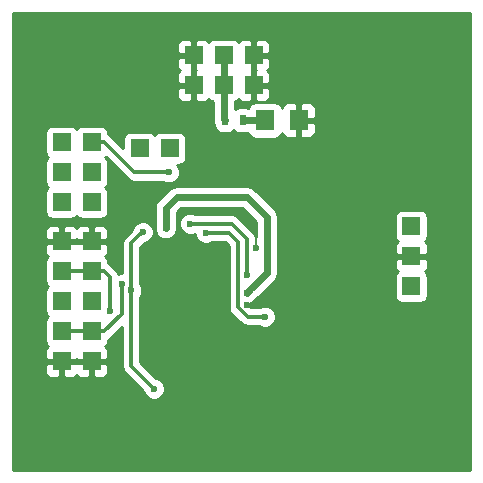
<source format=gbr>
G04 #@! TF.FileFunction,Copper,L1,Top,Signal*
%FSLAX46Y46*%
G04 Gerber Fmt 4.6, Leading zero omitted, Abs format (unit mm)*
G04 Created by KiCad (PCBNEW 4.0.4-stable) date 06/14/17 14:20:26*
%MOMM*%
%LPD*%
G01*
G04 APERTURE LIST*
%ADD10C,0.100000*%
%ADD11R,1.524000X1.524000*%
%ADD12R,1.597660X1.800860*%
%ADD13C,6.000000*%
%ADD14R,0.500000X0.900000*%
%ADD15C,0.600000*%
%ADD16C,0.200000*%
%ADD17C,0.300000*%
%ADD18C,0.600000*%
%ADD19C,0.400000*%
%ADD20C,0.254000*%
G04 APERTURE END LIST*
D10*
D11*
X133096000Y-103632000D03*
X133096000Y-101092000D03*
X135636000Y-103632000D03*
X135636000Y-101092000D03*
X138176000Y-103632000D03*
X138176000Y-101092000D03*
D12*
X139143861Y-106590945D03*
X141983581Y-106590945D03*
D13*
X121920000Y-101600000D03*
X152400000Y-101600000D03*
X121920000Y-132080000D03*
X152400000Y-132080000D03*
D14*
X135749721Y-106590945D03*
X137249721Y-106590945D03*
D11*
X151523700Y-120650000D03*
X151523700Y-118110000D03*
X151523700Y-115570000D03*
X128524000Y-108966000D03*
X131064000Y-108966000D03*
X121920000Y-116840000D03*
X124460000Y-116840000D03*
X121920000Y-119380000D03*
X124460000Y-119380000D03*
X121920000Y-121920000D03*
X124460000Y-121920000D03*
X121920000Y-124460000D03*
X124460000Y-124460000D03*
X121920000Y-127000000D03*
X124460000Y-127000000D03*
X121920000Y-108458000D03*
X124460000Y-108458000D03*
X121920000Y-110998000D03*
X124460000Y-110998000D03*
X121920000Y-113538000D03*
X124460000Y-113538000D03*
D15*
X136512300Y-129882900D03*
X135102600Y-125450600D03*
X133633323Y-126373777D03*
X138379200Y-117398800D03*
X132334000Y-111506000D03*
X119380000Y-105410000D03*
X119380000Y-109220000D03*
X119380000Y-113030000D03*
X119380000Y-116840000D03*
X119380000Y-120650000D03*
X119380000Y-124460000D03*
X119380000Y-128270000D03*
X125730000Y-134620000D03*
X129540000Y-134620000D03*
X133350000Y-134620000D03*
X137160000Y-134620000D03*
X140970000Y-134620000D03*
X144780000Y-134620000D03*
X148590000Y-134620000D03*
X154940000Y-128270000D03*
X154940000Y-124460000D03*
X154940000Y-120650000D03*
X154940000Y-116840000D03*
X154940000Y-113030000D03*
X154940000Y-109220000D03*
X154940000Y-105410000D03*
X148590000Y-99060000D03*
X144780000Y-99060000D03*
X140970000Y-99060000D03*
X137160000Y-99060000D03*
X133350000Y-99060000D03*
X129540000Y-99060000D03*
X125730000Y-99060000D03*
X135455300Y-122987998D03*
X134305300Y-122987998D03*
X133155300Y-122987998D03*
X132005300Y-122987998D03*
X135455300Y-121837998D03*
X134305300Y-121837998D03*
X133155300Y-121837998D03*
X132005300Y-121837998D03*
X135455300Y-120687998D03*
X134305300Y-120687998D03*
X133155300Y-120687998D03*
X132005300Y-120687998D03*
X135455300Y-119537998D03*
X134305300Y-119537998D03*
X133155300Y-119537998D03*
X132005300Y-119537998D03*
X127762000Y-113030000D03*
X137349284Y-114550292D03*
X130746500Y-126777598D03*
X137604500Y-122205598D03*
X128790700Y-116039900D03*
X127810260Y-120995440D03*
X129730500Y-129317598D03*
X139128500Y-123221598D03*
X134130300Y-116109598D03*
X130975100Y-110998002D03*
X132794560Y-115331538D03*
X137604500Y-119665598D03*
X125984000Y-122707400D03*
X127025400Y-120472200D03*
X130721100Y-115728598D03*
X133540500Y-113061598D03*
X137604500Y-121189598D03*
D16*
X137349284Y-114550292D02*
X138379200Y-115580208D01*
X138379200Y-115580208D02*
X138379200Y-117398800D01*
X133096000Y-101092000D02*
X133096000Y-99314000D01*
X133096000Y-99314000D02*
X133350000Y-99060000D01*
D17*
X119380000Y-105410000D02*
X119380000Y-104140000D01*
X119380000Y-104140000D02*
X121920000Y-101600000D01*
X119380000Y-113030000D02*
X119380000Y-109220000D01*
X119380000Y-120650000D02*
X119380000Y-116840000D01*
X119380000Y-128270000D02*
X119380000Y-124460000D01*
X129540000Y-134620000D02*
X125730000Y-134620000D01*
X137160000Y-134620000D02*
X133350000Y-134620000D01*
X144780000Y-134620000D02*
X140970000Y-134620000D01*
X152400000Y-132080000D02*
X149400001Y-135079999D01*
X149400001Y-135079999D02*
X149049999Y-135079999D01*
X149049999Y-135079999D02*
X148590000Y-134620000D01*
X154940000Y-128270000D02*
X154940000Y-129540000D01*
X154940000Y-129540000D02*
X152400000Y-132080000D01*
X154940000Y-120650000D02*
X154940000Y-124460000D01*
X154940000Y-113030000D02*
X154940000Y-116840000D01*
X154940000Y-105410000D02*
X154940000Y-109220000D01*
X144780000Y-99060000D02*
X148590000Y-99060000D01*
X137160000Y-99060000D02*
X140970000Y-99060000D01*
X129540000Y-99060000D02*
X133350000Y-99060000D01*
X121920000Y-101600000D02*
X124919999Y-98600001D01*
X124919999Y-98600001D02*
X125270001Y-98600001D01*
X125270001Y-98600001D02*
X125730000Y-99060000D01*
X128490701Y-116339899D02*
X128790700Y-116039900D01*
X127810499Y-117020101D02*
X128490701Y-116339899D01*
X127810499Y-121513600D02*
X127810499Y-117020101D01*
X127810499Y-121513600D02*
X127810499Y-127397597D01*
X127810260Y-120995440D02*
X127810260Y-121513361D01*
X127810260Y-121513361D02*
X127810499Y-121513600D01*
X127810499Y-127397597D02*
X129430501Y-129017599D01*
X129430501Y-129017599D02*
X129730500Y-129317598D01*
X139128500Y-123221598D02*
X137658498Y-123221598D01*
X137658498Y-123221598D02*
X136842500Y-122405600D01*
X136842500Y-122405600D02*
X136842500Y-116871598D01*
X136842500Y-116871598D02*
X136080500Y-116109598D01*
X136080500Y-116109598D02*
X134130300Y-116109598D01*
X125522000Y-108458000D02*
X128062002Y-110998002D01*
X124460000Y-108458000D02*
X125522000Y-108458000D01*
X128062002Y-110998002D02*
X130975100Y-110998002D01*
X132794560Y-115331538D02*
X136318440Y-115331538D01*
X136318440Y-115331538D02*
X137604500Y-116617598D01*
X137604500Y-116617598D02*
X137604500Y-119241334D01*
X137604500Y-119241334D02*
X137604500Y-119665598D01*
X125984000Y-122283136D02*
X125984000Y-122707400D01*
X125984000Y-119842000D02*
X125984000Y-122283136D01*
X125522000Y-119380000D02*
X125984000Y-119842000D01*
X124460000Y-119380000D02*
X125522000Y-119380000D01*
X124460000Y-119380000D02*
X121920000Y-119380000D01*
X127025400Y-122956600D02*
X127025400Y-120896464D01*
X125522000Y-124460000D02*
X127025400Y-122956600D01*
X124460000Y-124460000D02*
X125522000Y-124460000D01*
X127025400Y-120896464D02*
X127025400Y-120472200D01*
X124460000Y-124460000D02*
X121920000Y-124460000D01*
D18*
X137249721Y-106590945D02*
X139143861Y-106590945D01*
X133540500Y-113061598D02*
X137572598Y-113061598D01*
X137572598Y-113061598D02*
X139293600Y-114782600D01*
X139293600Y-114782600D02*
X139293600Y-119500498D01*
X139293600Y-119500498D02*
X137904499Y-120889599D01*
X137904499Y-120889599D02*
X137604500Y-121189598D01*
X130721100Y-115728598D02*
X130721100Y-114007900D01*
X130721100Y-114007900D02*
X131667402Y-113061598D01*
X131667402Y-113061598D02*
X133540500Y-113061598D01*
X135636000Y-103632000D02*
X135636000Y-106477224D01*
X135636000Y-106477224D02*
X135749721Y-106590945D01*
X135636000Y-101092000D02*
X135636000Y-103632000D01*
D19*
X133540500Y-113061598D02*
X133604000Y-112998098D01*
D20*
G36*
X156516000Y-136196000D02*
X117804000Y-136196000D01*
X117804000Y-127285750D01*
X120523000Y-127285750D01*
X120523000Y-127888310D01*
X120619673Y-128121699D01*
X120798302Y-128300327D01*
X121031691Y-128397000D01*
X121634250Y-128397000D01*
X121793000Y-128238250D01*
X121793000Y-127127000D01*
X122047000Y-127127000D01*
X122047000Y-128238250D01*
X122205750Y-128397000D01*
X122808309Y-128397000D01*
X123041698Y-128300327D01*
X123190000Y-128152026D01*
X123338302Y-128300327D01*
X123571691Y-128397000D01*
X124174250Y-128397000D01*
X124333000Y-128238250D01*
X124333000Y-127127000D01*
X124587000Y-127127000D01*
X124587000Y-128238250D01*
X124745750Y-128397000D01*
X125348309Y-128397000D01*
X125581698Y-128300327D01*
X125760327Y-128121699D01*
X125857000Y-127888310D01*
X125857000Y-127285750D01*
X125698250Y-127127000D01*
X124587000Y-127127000D01*
X124333000Y-127127000D01*
X123221750Y-127127000D01*
X123190000Y-127158750D01*
X123158250Y-127127000D01*
X122047000Y-127127000D01*
X121793000Y-127127000D01*
X120681750Y-127127000D01*
X120523000Y-127285750D01*
X117804000Y-127285750D01*
X117804000Y-118618000D01*
X120510560Y-118618000D01*
X120510560Y-120142000D01*
X120554838Y-120377317D01*
X120693910Y-120593441D01*
X120775770Y-120649374D01*
X120706559Y-120693910D01*
X120561569Y-120906110D01*
X120510560Y-121158000D01*
X120510560Y-122682000D01*
X120554838Y-122917317D01*
X120693910Y-123133441D01*
X120775770Y-123189374D01*
X120706559Y-123233910D01*
X120561569Y-123446110D01*
X120510560Y-123698000D01*
X120510560Y-125222000D01*
X120554838Y-125457317D01*
X120693910Y-125673441D01*
X120771511Y-125726464D01*
X120619673Y-125878301D01*
X120523000Y-126111690D01*
X120523000Y-126714250D01*
X120681750Y-126873000D01*
X121793000Y-126873000D01*
X121793000Y-126853000D01*
X122047000Y-126853000D01*
X122047000Y-126873000D01*
X123158250Y-126873000D01*
X123190000Y-126841250D01*
X123221750Y-126873000D01*
X124333000Y-126873000D01*
X124333000Y-126853000D01*
X124587000Y-126853000D01*
X124587000Y-126873000D01*
X125698250Y-126873000D01*
X125857000Y-126714250D01*
X125857000Y-126111690D01*
X125760327Y-125878301D01*
X125609354Y-125727329D01*
X125673441Y-125686090D01*
X125818431Y-125473890D01*
X125869440Y-125222000D01*
X125869440Y-125153819D01*
X126077079Y-125015079D01*
X127025499Y-124066659D01*
X127025499Y-127397597D01*
X127085254Y-127698004D01*
X127255420Y-127952676D01*
X128795347Y-129492603D01*
X128795338Y-129502765D01*
X128937383Y-129846541D01*
X129200173Y-130109790D01*
X129543701Y-130252436D01*
X129915667Y-130252760D01*
X130259443Y-130110715D01*
X130522692Y-129847925D01*
X130665338Y-129504397D01*
X130665662Y-129132431D01*
X130523617Y-128788655D01*
X130260827Y-128525406D01*
X129917299Y-128382760D01*
X129905810Y-128382750D01*
X128595499Y-127072439D01*
X128595499Y-121532708D01*
X128602452Y-121525767D01*
X128745098Y-121182239D01*
X128745422Y-120810273D01*
X128603377Y-120466497D01*
X128595499Y-120458605D01*
X128595499Y-117345259D01*
X128965705Y-116975053D01*
X128975867Y-116975062D01*
X129319643Y-116833017D01*
X129582892Y-116570227D01*
X129725538Y-116226699D01*
X129725810Y-115913765D01*
X129785938Y-115913765D01*
X129927983Y-116257541D01*
X130190773Y-116520790D01*
X130534301Y-116663436D01*
X130906267Y-116663760D01*
X131250043Y-116521715D01*
X131513292Y-116258925D01*
X131655938Y-115915397D01*
X131656262Y-115543431D01*
X131656100Y-115543039D01*
X131656100Y-114395190D01*
X132054692Y-113996598D01*
X133539684Y-113996598D01*
X133725667Y-113996760D01*
X133726059Y-113996598D01*
X137185308Y-113996598D01*
X138358600Y-115169890D01*
X138358600Y-116462255D01*
X138329745Y-116317192D01*
X138159579Y-116062519D01*
X138159576Y-116062517D01*
X136873519Y-114776459D01*
X136618847Y-114606293D01*
X136318440Y-114546538D01*
X133332066Y-114546538D01*
X133324887Y-114539346D01*
X132981359Y-114396700D01*
X132609393Y-114396376D01*
X132265617Y-114538421D01*
X132002368Y-114801211D01*
X131859722Y-115144739D01*
X131859398Y-115516705D01*
X132001443Y-115860481D01*
X132264233Y-116123730D01*
X132607761Y-116266376D01*
X132979727Y-116266700D01*
X133195240Y-116177652D01*
X133195138Y-116294765D01*
X133337183Y-116638541D01*
X133599973Y-116901790D01*
X133943501Y-117044436D01*
X134315467Y-117044760D01*
X134659243Y-116902715D01*
X134667374Y-116894598D01*
X135755342Y-116894598D01*
X136057500Y-117196756D01*
X136057500Y-122405600D01*
X136117255Y-122706007D01*
X136287421Y-122960679D01*
X137103419Y-123776677D01*
X137358092Y-123946843D01*
X137658498Y-124006598D01*
X138590994Y-124006598D01*
X138598173Y-124013790D01*
X138941701Y-124156436D01*
X139313667Y-124156760D01*
X139657443Y-124014715D01*
X139920692Y-123751925D01*
X140063338Y-123408397D01*
X140063662Y-123036431D01*
X139921617Y-122692655D01*
X139658827Y-122429406D01*
X139315299Y-122286760D01*
X138943333Y-122286436D01*
X138599557Y-122428481D01*
X138591426Y-122436598D01*
X137983656Y-122436598D01*
X137671715Y-122124657D01*
X137789667Y-122124760D01*
X138133443Y-121982715D01*
X138396692Y-121719925D01*
X138396855Y-121719533D01*
X139954745Y-120161643D01*
X140137586Y-119888000D01*
X150114260Y-119888000D01*
X150114260Y-121412000D01*
X150158538Y-121647317D01*
X150297610Y-121863441D01*
X150509810Y-122008431D01*
X150761700Y-122059440D01*
X152285700Y-122059440D01*
X152521017Y-122015162D01*
X152737141Y-121876090D01*
X152882131Y-121663890D01*
X152933140Y-121412000D01*
X152933140Y-119888000D01*
X152888862Y-119652683D01*
X152749790Y-119436559D01*
X152672189Y-119383536D01*
X152824027Y-119231699D01*
X152920700Y-118998310D01*
X152920700Y-118395750D01*
X152761950Y-118237000D01*
X151650700Y-118237000D01*
X151650700Y-118257000D01*
X151396700Y-118257000D01*
X151396700Y-118237000D01*
X150285450Y-118237000D01*
X150126700Y-118395750D01*
X150126700Y-118998310D01*
X150223373Y-119231699D01*
X150374346Y-119382671D01*
X150310259Y-119423910D01*
X150165269Y-119636110D01*
X150114260Y-119888000D01*
X140137586Y-119888000D01*
X140157427Y-119858307D01*
X140228600Y-119500498D01*
X140228600Y-114808000D01*
X150114260Y-114808000D01*
X150114260Y-116332000D01*
X150158538Y-116567317D01*
X150297610Y-116783441D01*
X150375211Y-116836464D01*
X150223373Y-116988301D01*
X150126700Y-117221690D01*
X150126700Y-117824250D01*
X150285450Y-117983000D01*
X151396700Y-117983000D01*
X151396700Y-117963000D01*
X151650700Y-117963000D01*
X151650700Y-117983000D01*
X152761950Y-117983000D01*
X152920700Y-117824250D01*
X152920700Y-117221690D01*
X152824027Y-116988301D01*
X152673054Y-116837329D01*
X152737141Y-116796090D01*
X152882131Y-116583890D01*
X152933140Y-116332000D01*
X152933140Y-114808000D01*
X152888862Y-114572683D01*
X152749790Y-114356559D01*
X152537590Y-114211569D01*
X152285700Y-114160560D01*
X150761700Y-114160560D01*
X150526383Y-114204838D01*
X150310259Y-114343910D01*
X150165269Y-114556110D01*
X150114260Y-114808000D01*
X140228600Y-114808000D01*
X140228600Y-114782600D01*
X140157427Y-114424791D01*
X139954745Y-114121455D01*
X138233743Y-112400453D01*
X137930407Y-112197771D01*
X137572598Y-112126598D01*
X133541316Y-112126598D01*
X133355333Y-112126436D01*
X133354941Y-112126598D01*
X131667402Y-112126598D01*
X131309593Y-112197771D01*
X131006257Y-112400453D01*
X130059955Y-113346755D01*
X129857273Y-113650091D01*
X129786100Y-114007900D01*
X129786100Y-115727782D01*
X129785938Y-115913765D01*
X129725810Y-115913765D01*
X129725862Y-115854733D01*
X129583817Y-115510957D01*
X129321027Y-115247708D01*
X128977499Y-115105062D01*
X128605533Y-115104738D01*
X128261757Y-115246783D01*
X127998508Y-115509573D01*
X127855862Y-115853101D01*
X127855852Y-115864590D01*
X127255420Y-116465022D01*
X127085254Y-116719694D01*
X127043733Y-116928431D01*
X127025499Y-117020101D01*
X127025499Y-119537199D01*
X126840233Y-119537038D01*
X126718356Y-119587397D01*
X126709245Y-119541594D01*
X126539079Y-119286921D01*
X126077079Y-118824921D01*
X125869440Y-118686181D01*
X125869440Y-118618000D01*
X125825162Y-118382683D01*
X125686090Y-118166559D01*
X125608489Y-118113536D01*
X125760327Y-117961699D01*
X125857000Y-117728310D01*
X125857000Y-117125750D01*
X125698250Y-116967000D01*
X124587000Y-116967000D01*
X124587000Y-116987000D01*
X124333000Y-116987000D01*
X124333000Y-116967000D01*
X123221750Y-116967000D01*
X123190000Y-116998750D01*
X123158250Y-116967000D01*
X122047000Y-116967000D01*
X122047000Y-116987000D01*
X121793000Y-116987000D01*
X121793000Y-116967000D01*
X120681750Y-116967000D01*
X120523000Y-117125750D01*
X120523000Y-117728310D01*
X120619673Y-117961699D01*
X120770646Y-118112671D01*
X120706559Y-118153910D01*
X120561569Y-118366110D01*
X120510560Y-118618000D01*
X117804000Y-118618000D01*
X117804000Y-115951690D01*
X120523000Y-115951690D01*
X120523000Y-116554250D01*
X120681750Y-116713000D01*
X121793000Y-116713000D01*
X121793000Y-115601750D01*
X122047000Y-115601750D01*
X122047000Y-116713000D01*
X123158250Y-116713000D01*
X123190000Y-116681250D01*
X123221750Y-116713000D01*
X124333000Y-116713000D01*
X124333000Y-115601750D01*
X124587000Y-115601750D01*
X124587000Y-116713000D01*
X125698250Y-116713000D01*
X125857000Y-116554250D01*
X125857000Y-115951690D01*
X125760327Y-115718301D01*
X125581698Y-115539673D01*
X125348309Y-115443000D01*
X124745750Y-115443000D01*
X124587000Y-115601750D01*
X124333000Y-115601750D01*
X124174250Y-115443000D01*
X123571691Y-115443000D01*
X123338302Y-115539673D01*
X123190000Y-115687974D01*
X123041698Y-115539673D01*
X122808309Y-115443000D01*
X122205750Y-115443000D01*
X122047000Y-115601750D01*
X121793000Y-115601750D01*
X121634250Y-115443000D01*
X121031691Y-115443000D01*
X120798302Y-115539673D01*
X120619673Y-115718301D01*
X120523000Y-115951690D01*
X117804000Y-115951690D01*
X117804000Y-107696000D01*
X120510560Y-107696000D01*
X120510560Y-109220000D01*
X120554838Y-109455317D01*
X120693910Y-109671441D01*
X120775770Y-109727374D01*
X120706559Y-109771910D01*
X120561569Y-109984110D01*
X120510560Y-110236000D01*
X120510560Y-111760000D01*
X120554838Y-111995317D01*
X120693910Y-112211441D01*
X120775770Y-112267374D01*
X120706559Y-112311910D01*
X120561569Y-112524110D01*
X120510560Y-112776000D01*
X120510560Y-114300000D01*
X120554838Y-114535317D01*
X120693910Y-114751441D01*
X120906110Y-114896431D01*
X121158000Y-114947440D01*
X122682000Y-114947440D01*
X122917317Y-114903162D01*
X123133441Y-114764090D01*
X123189374Y-114682230D01*
X123233910Y-114751441D01*
X123446110Y-114896431D01*
X123698000Y-114947440D01*
X125222000Y-114947440D01*
X125457317Y-114903162D01*
X125673441Y-114764090D01*
X125818431Y-114551890D01*
X125869440Y-114300000D01*
X125869440Y-112776000D01*
X125825162Y-112540683D01*
X125686090Y-112324559D01*
X125604230Y-112268626D01*
X125673441Y-112224090D01*
X125818431Y-112011890D01*
X125869440Y-111760000D01*
X125869440Y-110236000D01*
X125825162Y-110000683D01*
X125686090Y-109784559D01*
X125604230Y-109728626D01*
X125651835Y-109697993D01*
X127506923Y-111553081D01*
X127761595Y-111723247D01*
X128062002Y-111783002D01*
X130437594Y-111783002D01*
X130444773Y-111790194D01*
X130788301Y-111932840D01*
X131160267Y-111933164D01*
X131504043Y-111791119D01*
X131767292Y-111528329D01*
X131909938Y-111184801D01*
X131910262Y-110812835D01*
X131768217Y-110469059D01*
X131674761Y-110375440D01*
X131826000Y-110375440D01*
X132061317Y-110331162D01*
X132277441Y-110192090D01*
X132422431Y-109979890D01*
X132473440Y-109728000D01*
X132473440Y-108204000D01*
X132429162Y-107968683D01*
X132290090Y-107752559D01*
X132077890Y-107607569D01*
X131826000Y-107556560D01*
X130302000Y-107556560D01*
X130066683Y-107600838D01*
X129850559Y-107739910D01*
X129794626Y-107821770D01*
X129750090Y-107752559D01*
X129537890Y-107607569D01*
X129286000Y-107556560D01*
X127762000Y-107556560D01*
X127526683Y-107600838D01*
X127310559Y-107739910D01*
X127165569Y-107952110D01*
X127114560Y-108204000D01*
X127114560Y-108940402D01*
X126077079Y-107902921D01*
X125869440Y-107764181D01*
X125869440Y-107696000D01*
X125825162Y-107460683D01*
X125686090Y-107244559D01*
X125473890Y-107099569D01*
X125222000Y-107048560D01*
X123698000Y-107048560D01*
X123462683Y-107092838D01*
X123246559Y-107231910D01*
X123190626Y-107313770D01*
X123146090Y-107244559D01*
X122933890Y-107099569D01*
X122682000Y-107048560D01*
X121158000Y-107048560D01*
X120922683Y-107092838D01*
X120706559Y-107231910D01*
X120561569Y-107444110D01*
X120510560Y-107696000D01*
X117804000Y-107696000D01*
X117804000Y-103917750D01*
X131699000Y-103917750D01*
X131699000Y-104520309D01*
X131795673Y-104753698D01*
X131974301Y-104932327D01*
X132207690Y-105029000D01*
X132810250Y-105029000D01*
X132969000Y-104870250D01*
X132969000Y-103759000D01*
X131857750Y-103759000D01*
X131699000Y-103917750D01*
X117804000Y-103917750D01*
X117804000Y-101377750D01*
X131699000Y-101377750D01*
X131699000Y-101980309D01*
X131795673Y-102213698D01*
X131943974Y-102362000D01*
X131795673Y-102510302D01*
X131699000Y-102743691D01*
X131699000Y-103346250D01*
X131857750Y-103505000D01*
X132969000Y-103505000D01*
X132969000Y-102393750D01*
X132937250Y-102362000D01*
X132969000Y-102330250D01*
X132969000Y-101219000D01*
X131857750Y-101219000D01*
X131699000Y-101377750D01*
X117804000Y-101377750D01*
X117804000Y-100203691D01*
X131699000Y-100203691D01*
X131699000Y-100806250D01*
X131857750Y-100965000D01*
X132969000Y-100965000D01*
X132969000Y-99853750D01*
X133223000Y-99853750D01*
X133223000Y-100965000D01*
X133243000Y-100965000D01*
X133243000Y-101219000D01*
X133223000Y-101219000D01*
X133223000Y-102330250D01*
X133254750Y-102362000D01*
X133223000Y-102393750D01*
X133223000Y-103505000D01*
X133243000Y-103505000D01*
X133243000Y-103759000D01*
X133223000Y-103759000D01*
X133223000Y-104870250D01*
X133381750Y-105029000D01*
X133984310Y-105029000D01*
X134217699Y-104932327D01*
X134368671Y-104781354D01*
X134409910Y-104845441D01*
X134622110Y-104990431D01*
X134701000Y-105006407D01*
X134701000Y-106477224D01*
X134772173Y-106835033D01*
X134852281Y-106954923D01*
X134852281Y-107040945D01*
X134896559Y-107276262D01*
X135035631Y-107492386D01*
X135247831Y-107637376D01*
X135499721Y-107688385D01*
X135999721Y-107688385D01*
X136235038Y-107644107D01*
X136451162Y-107505035D01*
X136498855Y-107435234D01*
X136535631Y-107492386D01*
X136747831Y-107637376D01*
X136999721Y-107688385D01*
X137499721Y-107688385D01*
X137726627Y-107645690D01*
X137741869Y-107726692D01*
X137880941Y-107942816D01*
X138093141Y-108087806D01*
X138345031Y-108138815D01*
X139942691Y-108138815D01*
X140178008Y-108094537D01*
X140394132Y-107955465D01*
X140539122Y-107743265D01*
X140559692Y-107641686D01*
X140646424Y-107851074D01*
X140825053Y-108029702D01*
X141058442Y-108126375D01*
X141697831Y-108126375D01*
X141856581Y-107967625D01*
X141856581Y-106717945D01*
X142110581Y-106717945D01*
X142110581Y-107967625D01*
X142269331Y-108126375D01*
X142908720Y-108126375D01*
X143142109Y-108029702D01*
X143320738Y-107851074D01*
X143417411Y-107617685D01*
X143417411Y-106876695D01*
X143258661Y-106717945D01*
X142110581Y-106717945D01*
X141856581Y-106717945D01*
X141836581Y-106717945D01*
X141836581Y-106463945D01*
X141856581Y-106463945D01*
X141856581Y-105214265D01*
X142110581Y-105214265D01*
X142110581Y-106463945D01*
X143258661Y-106463945D01*
X143417411Y-106305195D01*
X143417411Y-105564205D01*
X143320738Y-105330816D01*
X143142109Y-105152188D01*
X142908720Y-105055515D01*
X142269331Y-105055515D01*
X142110581Y-105214265D01*
X141856581Y-105214265D01*
X141697831Y-105055515D01*
X141058442Y-105055515D01*
X140825053Y-105152188D01*
X140646424Y-105330816D01*
X140561175Y-105536626D01*
X140545853Y-105455198D01*
X140406781Y-105239074D01*
X140194581Y-105094084D01*
X139942691Y-105043075D01*
X138345031Y-105043075D01*
X138109714Y-105087353D01*
X137893590Y-105226425D01*
X137748600Y-105438625D01*
X137728120Y-105539757D01*
X137499721Y-105493505D01*
X136999721Y-105493505D01*
X136764404Y-105537783D01*
X136571000Y-105662235D01*
X136571000Y-105008888D01*
X136633317Y-104997162D01*
X136849441Y-104858090D01*
X136902464Y-104780489D01*
X137054301Y-104932327D01*
X137287690Y-105029000D01*
X137890250Y-105029000D01*
X138049000Y-104870250D01*
X138049000Y-103759000D01*
X138303000Y-103759000D01*
X138303000Y-104870250D01*
X138461750Y-105029000D01*
X139064310Y-105029000D01*
X139297699Y-104932327D01*
X139476327Y-104753698D01*
X139573000Y-104520309D01*
X139573000Y-103917750D01*
X139414250Y-103759000D01*
X138303000Y-103759000D01*
X138049000Y-103759000D01*
X138029000Y-103759000D01*
X138029000Y-103505000D01*
X138049000Y-103505000D01*
X138049000Y-102393750D01*
X138017250Y-102362000D01*
X138049000Y-102330250D01*
X138049000Y-101219000D01*
X138303000Y-101219000D01*
X138303000Y-102330250D01*
X138334750Y-102362000D01*
X138303000Y-102393750D01*
X138303000Y-103505000D01*
X139414250Y-103505000D01*
X139573000Y-103346250D01*
X139573000Y-102743691D01*
X139476327Y-102510302D01*
X139328026Y-102362000D01*
X139476327Y-102213698D01*
X139573000Y-101980309D01*
X139573000Y-101377750D01*
X139414250Y-101219000D01*
X138303000Y-101219000D01*
X138049000Y-101219000D01*
X138029000Y-101219000D01*
X138029000Y-100965000D01*
X138049000Y-100965000D01*
X138049000Y-99853750D01*
X138303000Y-99853750D01*
X138303000Y-100965000D01*
X139414250Y-100965000D01*
X139573000Y-100806250D01*
X139573000Y-100203691D01*
X139476327Y-99970302D01*
X139297699Y-99791673D01*
X139064310Y-99695000D01*
X138461750Y-99695000D01*
X138303000Y-99853750D01*
X138049000Y-99853750D01*
X137890250Y-99695000D01*
X137287690Y-99695000D01*
X137054301Y-99791673D01*
X136903329Y-99942646D01*
X136862090Y-99878559D01*
X136649890Y-99733569D01*
X136398000Y-99682560D01*
X134874000Y-99682560D01*
X134638683Y-99726838D01*
X134422559Y-99865910D01*
X134369536Y-99943511D01*
X134217699Y-99791673D01*
X133984310Y-99695000D01*
X133381750Y-99695000D01*
X133223000Y-99853750D01*
X132969000Y-99853750D01*
X132810250Y-99695000D01*
X132207690Y-99695000D01*
X131974301Y-99791673D01*
X131795673Y-99970302D01*
X131699000Y-100203691D01*
X117804000Y-100203691D01*
X117804000Y-97484000D01*
X156516000Y-97484000D01*
X156516000Y-136196000D01*
X156516000Y-136196000D01*
G37*
X156516000Y-136196000D02*
X117804000Y-136196000D01*
X117804000Y-127285750D01*
X120523000Y-127285750D01*
X120523000Y-127888310D01*
X120619673Y-128121699D01*
X120798302Y-128300327D01*
X121031691Y-128397000D01*
X121634250Y-128397000D01*
X121793000Y-128238250D01*
X121793000Y-127127000D01*
X122047000Y-127127000D01*
X122047000Y-128238250D01*
X122205750Y-128397000D01*
X122808309Y-128397000D01*
X123041698Y-128300327D01*
X123190000Y-128152026D01*
X123338302Y-128300327D01*
X123571691Y-128397000D01*
X124174250Y-128397000D01*
X124333000Y-128238250D01*
X124333000Y-127127000D01*
X124587000Y-127127000D01*
X124587000Y-128238250D01*
X124745750Y-128397000D01*
X125348309Y-128397000D01*
X125581698Y-128300327D01*
X125760327Y-128121699D01*
X125857000Y-127888310D01*
X125857000Y-127285750D01*
X125698250Y-127127000D01*
X124587000Y-127127000D01*
X124333000Y-127127000D01*
X123221750Y-127127000D01*
X123190000Y-127158750D01*
X123158250Y-127127000D01*
X122047000Y-127127000D01*
X121793000Y-127127000D01*
X120681750Y-127127000D01*
X120523000Y-127285750D01*
X117804000Y-127285750D01*
X117804000Y-118618000D01*
X120510560Y-118618000D01*
X120510560Y-120142000D01*
X120554838Y-120377317D01*
X120693910Y-120593441D01*
X120775770Y-120649374D01*
X120706559Y-120693910D01*
X120561569Y-120906110D01*
X120510560Y-121158000D01*
X120510560Y-122682000D01*
X120554838Y-122917317D01*
X120693910Y-123133441D01*
X120775770Y-123189374D01*
X120706559Y-123233910D01*
X120561569Y-123446110D01*
X120510560Y-123698000D01*
X120510560Y-125222000D01*
X120554838Y-125457317D01*
X120693910Y-125673441D01*
X120771511Y-125726464D01*
X120619673Y-125878301D01*
X120523000Y-126111690D01*
X120523000Y-126714250D01*
X120681750Y-126873000D01*
X121793000Y-126873000D01*
X121793000Y-126853000D01*
X122047000Y-126853000D01*
X122047000Y-126873000D01*
X123158250Y-126873000D01*
X123190000Y-126841250D01*
X123221750Y-126873000D01*
X124333000Y-126873000D01*
X124333000Y-126853000D01*
X124587000Y-126853000D01*
X124587000Y-126873000D01*
X125698250Y-126873000D01*
X125857000Y-126714250D01*
X125857000Y-126111690D01*
X125760327Y-125878301D01*
X125609354Y-125727329D01*
X125673441Y-125686090D01*
X125818431Y-125473890D01*
X125869440Y-125222000D01*
X125869440Y-125153819D01*
X126077079Y-125015079D01*
X127025499Y-124066659D01*
X127025499Y-127397597D01*
X127085254Y-127698004D01*
X127255420Y-127952676D01*
X128795347Y-129492603D01*
X128795338Y-129502765D01*
X128937383Y-129846541D01*
X129200173Y-130109790D01*
X129543701Y-130252436D01*
X129915667Y-130252760D01*
X130259443Y-130110715D01*
X130522692Y-129847925D01*
X130665338Y-129504397D01*
X130665662Y-129132431D01*
X130523617Y-128788655D01*
X130260827Y-128525406D01*
X129917299Y-128382760D01*
X129905810Y-128382750D01*
X128595499Y-127072439D01*
X128595499Y-121532708D01*
X128602452Y-121525767D01*
X128745098Y-121182239D01*
X128745422Y-120810273D01*
X128603377Y-120466497D01*
X128595499Y-120458605D01*
X128595499Y-117345259D01*
X128965705Y-116975053D01*
X128975867Y-116975062D01*
X129319643Y-116833017D01*
X129582892Y-116570227D01*
X129725538Y-116226699D01*
X129725810Y-115913765D01*
X129785938Y-115913765D01*
X129927983Y-116257541D01*
X130190773Y-116520790D01*
X130534301Y-116663436D01*
X130906267Y-116663760D01*
X131250043Y-116521715D01*
X131513292Y-116258925D01*
X131655938Y-115915397D01*
X131656262Y-115543431D01*
X131656100Y-115543039D01*
X131656100Y-114395190D01*
X132054692Y-113996598D01*
X133539684Y-113996598D01*
X133725667Y-113996760D01*
X133726059Y-113996598D01*
X137185308Y-113996598D01*
X138358600Y-115169890D01*
X138358600Y-116462255D01*
X138329745Y-116317192D01*
X138159579Y-116062519D01*
X138159576Y-116062517D01*
X136873519Y-114776459D01*
X136618847Y-114606293D01*
X136318440Y-114546538D01*
X133332066Y-114546538D01*
X133324887Y-114539346D01*
X132981359Y-114396700D01*
X132609393Y-114396376D01*
X132265617Y-114538421D01*
X132002368Y-114801211D01*
X131859722Y-115144739D01*
X131859398Y-115516705D01*
X132001443Y-115860481D01*
X132264233Y-116123730D01*
X132607761Y-116266376D01*
X132979727Y-116266700D01*
X133195240Y-116177652D01*
X133195138Y-116294765D01*
X133337183Y-116638541D01*
X133599973Y-116901790D01*
X133943501Y-117044436D01*
X134315467Y-117044760D01*
X134659243Y-116902715D01*
X134667374Y-116894598D01*
X135755342Y-116894598D01*
X136057500Y-117196756D01*
X136057500Y-122405600D01*
X136117255Y-122706007D01*
X136287421Y-122960679D01*
X137103419Y-123776677D01*
X137358092Y-123946843D01*
X137658498Y-124006598D01*
X138590994Y-124006598D01*
X138598173Y-124013790D01*
X138941701Y-124156436D01*
X139313667Y-124156760D01*
X139657443Y-124014715D01*
X139920692Y-123751925D01*
X140063338Y-123408397D01*
X140063662Y-123036431D01*
X139921617Y-122692655D01*
X139658827Y-122429406D01*
X139315299Y-122286760D01*
X138943333Y-122286436D01*
X138599557Y-122428481D01*
X138591426Y-122436598D01*
X137983656Y-122436598D01*
X137671715Y-122124657D01*
X137789667Y-122124760D01*
X138133443Y-121982715D01*
X138396692Y-121719925D01*
X138396855Y-121719533D01*
X139954745Y-120161643D01*
X140137586Y-119888000D01*
X150114260Y-119888000D01*
X150114260Y-121412000D01*
X150158538Y-121647317D01*
X150297610Y-121863441D01*
X150509810Y-122008431D01*
X150761700Y-122059440D01*
X152285700Y-122059440D01*
X152521017Y-122015162D01*
X152737141Y-121876090D01*
X152882131Y-121663890D01*
X152933140Y-121412000D01*
X152933140Y-119888000D01*
X152888862Y-119652683D01*
X152749790Y-119436559D01*
X152672189Y-119383536D01*
X152824027Y-119231699D01*
X152920700Y-118998310D01*
X152920700Y-118395750D01*
X152761950Y-118237000D01*
X151650700Y-118237000D01*
X151650700Y-118257000D01*
X151396700Y-118257000D01*
X151396700Y-118237000D01*
X150285450Y-118237000D01*
X150126700Y-118395750D01*
X150126700Y-118998310D01*
X150223373Y-119231699D01*
X150374346Y-119382671D01*
X150310259Y-119423910D01*
X150165269Y-119636110D01*
X150114260Y-119888000D01*
X140137586Y-119888000D01*
X140157427Y-119858307D01*
X140228600Y-119500498D01*
X140228600Y-114808000D01*
X150114260Y-114808000D01*
X150114260Y-116332000D01*
X150158538Y-116567317D01*
X150297610Y-116783441D01*
X150375211Y-116836464D01*
X150223373Y-116988301D01*
X150126700Y-117221690D01*
X150126700Y-117824250D01*
X150285450Y-117983000D01*
X151396700Y-117983000D01*
X151396700Y-117963000D01*
X151650700Y-117963000D01*
X151650700Y-117983000D01*
X152761950Y-117983000D01*
X152920700Y-117824250D01*
X152920700Y-117221690D01*
X152824027Y-116988301D01*
X152673054Y-116837329D01*
X152737141Y-116796090D01*
X152882131Y-116583890D01*
X152933140Y-116332000D01*
X152933140Y-114808000D01*
X152888862Y-114572683D01*
X152749790Y-114356559D01*
X152537590Y-114211569D01*
X152285700Y-114160560D01*
X150761700Y-114160560D01*
X150526383Y-114204838D01*
X150310259Y-114343910D01*
X150165269Y-114556110D01*
X150114260Y-114808000D01*
X140228600Y-114808000D01*
X140228600Y-114782600D01*
X140157427Y-114424791D01*
X139954745Y-114121455D01*
X138233743Y-112400453D01*
X137930407Y-112197771D01*
X137572598Y-112126598D01*
X133541316Y-112126598D01*
X133355333Y-112126436D01*
X133354941Y-112126598D01*
X131667402Y-112126598D01*
X131309593Y-112197771D01*
X131006257Y-112400453D01*
X130059955Y-113346755D01*
X129857273Y-113650091D01*
X129786100Y-114007900D01*
X129786100Y-115727782D01*
X129785938Y-115913765D01*
X129725810Y-115913765D01*
X129725862Y-115854733D01*
X129583817Y-115510957D01*
X129321027Y-115247708D01*
X128977499Y-115105062D01*
X128605533Y-115104738D01*
X128261757Y-115246783D01*
X127998508Y-115509573D01*
X127855862Y-115853101D01*
X127855852Y-115864590D01*
X127255420Y-116465022D01*
X127085254Y-116719694D01*
X127043733Y-116928431D01*
X127025499Y-117020101D01*
X127025499Y-119537199D01*
X126840233Y-119537038D01*
X126718356Y-119587397D01*
X126709245Y-119541594D01*
X126539079Y-119286921D01*
X126077079Y-118824921D01*
X125869440Y-118686181D01*
X125869440Y-118618000D01*
X125825162Y-118382683D01*
X125686090Y-118166559D01*
X125608489Y-118113536D01*
X125760327Y-117961699D01*
X125857000Y-117728310D01*
X125857000Y-117125750D01*
X125698250Y-116967000D01*
X124587000Y-116967000D01*
X124587000Y-116987000D01*
X124333000Y-116987000D01*
X124333000Y-116967000D01*
X123221750Y-116967000D01*
X123190000Y-116998750D01*
X123158250Y-116967000D01*
X122047000Y-116967000D01*
X122047000Y-116987000D01*
X121793000Y-116987000D01*
X121793000Y-116967000D01*
X120681750Y-116967000D01*
X120523000Y-117125750D01*
X120523000Y-117728310D01*
X120619673Y-117961699D01*
X120770646Y-118112671D01*
X120706559Y-118153910D01*
X120561569Y-118366110D01*
X120510560Y-118618000D01*
X117804000Y-118618000D01*
X117804000Y-115951690D01*
X120523000Y-115951690D01*
X120523000Y-116554250D01*
X120681750Y-116713000D01*
X121793000Y-116713000D01*
X121793000Y-115601750D01*
X122047000Y-115601750D01*
X122047000Y-116713000D01*
X123158250Y-116713000D01*
X123190000Y-116681250D01*
X123221750Y-116713000D01*
X124333000Y-116713000D01*
X124333000Y-115601750D01*
X124587000Y-115601750D01*
X124587000Y-116713000D01*
X125698250Y-116713000D01*
X125857000Y-116554250D01*
X125857000Y-115951690D01*
X125760327Y-115718301D01*
X125581698Y-115539673D01*
X125348309Y-115443000D01*
X124745750Y-115443000D01*
X124587000Y-115601750D01*
X124333000Y-115601750D01*
X124174250Y-115443000D01*
X123571691Y-115443000D01*
X123338302Y-115539673D01*
X123190000Y-115687974D01*
X123041698Y-115539673D01*
X122808309Y-115443000D01*
X122205750Y-115443000D01*
X122047000Y-115601750D01*
X121793000Y-115601750D01*
X121634250Y-115443000D01*
X121031691Y-115443000D01*
X120798302Y-115539673D01*
X120619673Y-115718301D01*
X120523000Y-115951690D01*
X117804000Y-115951690D01*
X117804000Y-107696000D01*
X120510560Y-107696000D01*
X120510560Y-109220000D01*
X120554838Y-109455317D01*
X120693910Y-109671441D01*
X120775770Y-109727374D01*
X120706559Y-109771910D01*
X120561569Y-109984110D01*
X120510560Y-110236000D01*
X120510560Y-111760000D01*
X120554838Y-111995317D01*
X120693910Y-112211441D01*
X120775770Y-112267374D01*
X120706559Y-112311910D01*
X120561569Y-112524110D01*
X120510560Y-112776000D01*
X120510560Y-114300000D01*
X120554838Y-114535317D01*
X120693910Y-114751441D01*
X120906110Y-114896431D01*
X121158000Y-114947440D01*
X122682000Y-114947440D01*
X122917317Y-114903162D01*
X123133441Y-114764090D01*
X123189374Y-114682230D01*
X123233910Y-114751441D01*
X123446110Y-114896431D01*
X123698000Y-114947440D01*
X125222000Y-114947440D01*
X125457317Y-114903162D01*
X125673441Y-114764090D01*
X125818431Y-114551890D01*
X125869440Y-114300000D01*
X125869440Y-112776000D01*
X125825162Y-112540683D01*
X125686090Y-112324559D01*
X125604230Y-112268626D01*
X125673441Y-112224090D01*
X125818431Y-112011890D01*
X125869440Y-111760000D01*
X125869440Y-110236000D01*
X125825162Y-110000683D01*
X125686090Y-109784559D01*
X125604230Y-109728626D01*
X125651835Y-109697993D01*
X127506923Y-111553081D01*
X127761595Y-111723247D01*
X128062002Y-111783002D01*
X130437594Y-111783002D01*
X130444773Y-111790194D01*
X130788301Y-111932840D01*
X131160267Y-111933164D01*
X131504043Y-111791119D01*
X131767292Y-111528329D01*
X131909938Y-111184801D01*
X131910262Y-110812835D01*
X131768217Y-110469059D01*
X131674761Y-110375440D01*
X131826000Y-110375440D01*
X132061317Y-110331162D01*
X132277441Y-110192090D01*
X132422431Y-109979890D01*
X132473440Y-109728000D01*
X132473440Y-108204000D01*
X132429162Y-107968683D01*
X132290090Y-107752559D01*
X132077890Y-107607569D01*
X131826000Y-107556560D01*
X130302000Y-107556560D01*
X130066683Y-107600838D01*
X129850559Y-107739910D01*
X129794626Y-107821770D01*
X129750090Y-107752559D01*
X129537890Y-107607569D01*
X129286000Y-107556560D01*
X127762000Y-107556560D01*
X127526683Y-107600838D01*
X127310559Y-107739910D01*
X127165569Y-107952110D01*
X127114560Y-108204000D01*
X127114560Y-108940402D01*
X126077079Y-107902921D01*
X125869440Y-107764181D01*
X125869440Y-107696000D01*
X125825162Y-107460683D01*
X125686090Y-107244559D01*
X125473890Y-107099569D01*
X125222000Y-107048560D01*
X123698000Y-107048560D01*
X123462683Y-107092838D01*
X123246559Y-107231910D01*
X123190626Y-107313770D01*
X123146090Y-107244559D01*
X122933890Y-107099569D01*
X122682000Y-107048560D01*
X121158000Y-107048560D01*
X120922683Y-107092838D01*
X120706559Y-107231910D01*
X120561569Y-107444110D01*
X120510560Y-107696000D01*
X117804000Y-107696000D01*
X117804000Y-103917750D01*
X131699000Y-103917750D01*
X131699000Y-104520309D01*
X131795673Y-104753698D01*
X131974301Y-104932327D01*
X132207690Y-105029000D01*
X132810250Y-105029000D01*
X132969000Y-104870250D01*
X132969000Y-103759000D01*
X131857750Y-103759000D01*
X131699000Y-103917750D01*
X117804000Y-103917750D01*
X117804000Y-101377750D01*
X131699000Y-101377750D01*
X131699000Y-101980309D01*
X131795673Y-102213698D01*
X131943974Y-102362000D01*
X131795673Y-102510302D01*
X131699000Y-102743691D01*
X131699000Y-103346250D01*
X131857750Y-103505000D01*
X132969000Y-103505000D01*
X132969000Y-102393750D01*
X132937250Y-102362000D01*
X132969000Y-102330250D01*
X132969000Y-101219000D01*
X131857750Y-101219000D01*
X131699000Y-101377750D01*
X117804000Y-101377750D01*
X117804000Y-100203691D01*
X131699000Y-100203691D01*
X131699000Y-100806250D01*
X131857750Y-100965000D01*
X132969000Y-100965000D01*
X132969000Y-99853750D01*
X133223000Y-99853750D01*
X133223000Y-100965000D01*
X133243000Y-100965000D01*
X133243000Y-101219000D01*
X133223000Y-101219000D01*
X133223000Y-102330250D01*
X133254750Y-102362000D01*
X133223000Y-102393750D01*
X133223000Y-103505000D01*
X133243000Y-103505000D01*
X133243000Y-103759000D01*
X133223000Y-103759000D01*
X133223000Y-104870250D01*
X133381750Y-105029000D01*
X133984310Y-105029000D01*
X134217699Y-104932327D01*
X134368671Y-104781354D01*
X134409910Y-104845441D01*
X134622110Y-104990431D01*
X134701000Y-105006407D01*
X134701000Y-106477224D01*
X134772173Y-106835033D01*
X134852281Y-106954923D01*
X134852281Y-107040945D01*
X134896559Y-107276262D01*
X135035631Y-107492386D01*
X135247831Y-107637376D01*
X135499721Y-107688385D01*
X135999721Y-107688385D01*
X136235038Y-107644107D01*
X136451162Y-107505035D01*
X136498855Y-107435234D01*
X136535631Y-107492386D01*
X136747831Y-107637376D01*
X136999721Y-107688385D01*
X137499721Y-107688385D01*
X137726627Y-107645690D01*
X137741869Y-107726692D01*
X137880941Y-107942816D01*
X138093141Y-108087806D01*
X138345031Y-108138815D01*
X139942691Y-108138815D01*
X140178008Y-108094537D01*
X140394132Y-107955465D01*
X140539122Y-107743265D01*
X140559692Y-107641686D01*
X140646424Y-107851074D01*
X140825053Y-108029702D01*
X141058442Y-108126375D01*
X141697831Y-108126375D01*
X141856581Y-107967625D01*
X141856581Y-106717945D01*
X142110581Y-106717945D01*
X142110581Y-107967625D01*
X142269331Y-108126375D01*
X142908720Y-108126375D01*
X143142109Y-108029702D01*
X143320738Y-107851074D01*
X143417411Y-107617685D01*
X143417411Y-106876695D01*
X143258661Y-106717945D01*
X142110581Y-106717945D01*
X141856581Y-106717945D01*
X141836581Y-106717945D01*
X141836581Y-106463945D01*
X141856581Y-106463945D01*
X141856581Y-105214265D01*
X142110581Y-105214265D01*
X142110581Y-106463945D01*
X143258661Y-106463945D01*
X143417411Y-106305195D01*
X143417411Y-105564205D01*
X143320738Y-105330816D01*
X143142109Y-105152188D01*
X142908720Y-105055515D01*
X142269331Y-105055515D01*
X142110581Y-105214265D01*
X141856581Y-105214265D01*
X141697831Y-105055515D01*
X141058442Y-105055515D01*
X140825053Y-105152188D01*
X140646424Y-105330816D01*
X140561175Y-105536626D01*
X140545853Y-105455198D01*
X140406781Y-105239074D01*
X140194581Y-105094084D01*
X139942691Y-105043075D01*
X138345031Y-105043075D01*
X138109714Y-105087353D01*
X137893590Y-105226425D01*
X137748600Y-105438625D01*
X137728120Y-105539757D01*
X137499721Y-105493505D01*
X136999721Y-105493505D01*
X136764404Y-105537783D01*
X136571000Y-105662235D01*
X136571000Y-105008888D01*
X136633317Y-104997162D01*
X136849441Y-104858090D01*
X136902464Y-104780489D01*
X137054301Y-104932327D01*
X137287690Y-105029000D01*
X137890250Y-105029000D01*
X138049000Y-104870250D01*
X138049000Y-103759000D01*
X138303000Y-103759000D01*
X138303000Y-104870250D01*
X138461750Y-105029000D01*
X139064310Y-105029000D01*
X139297699Y-104932327D01*
X139476327Y-104753698D01*
X139573000Y-104520309D01*
X139573000Y-103917750D01*
X139414250Y-103759000D01*
X138303000Y-103759000D01*
X138049000Y-103759000D01*
X138029000Y-103759000D01*
X138029000Y-103505000D01*
X138049000Y-103505000D01*
X138049000Y-102393750D01*
X138017250Y-102362000D01*
X138049000Y-102330250D01*
X138049000Y-101219000D01*
X138303000Y-101219000D01*
X138303000Y-102330250D01*
X138334750Y-102362000D01*
X138303000Y-102393750D01*
X138303000Y-103505000D01*
X139414250Y-103505000D01*
X139573000Y-103346250D01*
X139573000Y-102743691D01*
X139476327Y-102510302D01*
X139328026Y-102362000D01*
X139476327Y-102213698D01*
X139573000Y-101980309D01*
X139573000Y-101377750D01*
X139414250Y-101219000D01*
X138303000Y-101219000D01*
X138049000Y-101219000D01*
X138029000Y-101219000D01*
X138029000Y-100965000D01*
X138049000Y-100965000D01*
X138049000Y-99853750D01*
X138303000Y-99853750D01*
X138303000Y-100965000D01*
X139414250Y-100965000D01*
X139573000Y-100806250D01*
X139573000Y-100203691D01*
X139476327Y-99970302D01*
X139297699Y-99791673D01*
X139064310Y-99695000D01*
X138461750Y-99695000D01*
X138303000Y-99853750D01*
X138049000Y-99853750D01*
X137890250Y-99695000D01*
X137287690Y-99695000D01*
X137054301Y-99791673D01*
X136903329Y-99942646D01*
X136862090Y-99878559D01*
X136649890Y-99733569D01*
X136398000Y-99682560D01*
X134874000Y-99682560D01*
X134638683Y-99726838D01*
X134422559Y-99865910D01*
X134369536Y-99943511D01*
X134217699Y-99791673D01*
X133984310Y-99695000D01*
X133381750Y-99695000D01*
X133223000Y-99853750D01*
X132969000Y-99853750D01*
X132810250Y-99695000D01*
X132207690Y-99695000D01*
X131974301Y-99791673D01*
X131795673Y-99970302D01*
X131699000Y-100203691D01*
X117804000Y-100203691D01*
X117804000Y-97484000D01*
X156516000Y-97484000D01*
X156516000Y-136196000D01*
M02*

</source>
